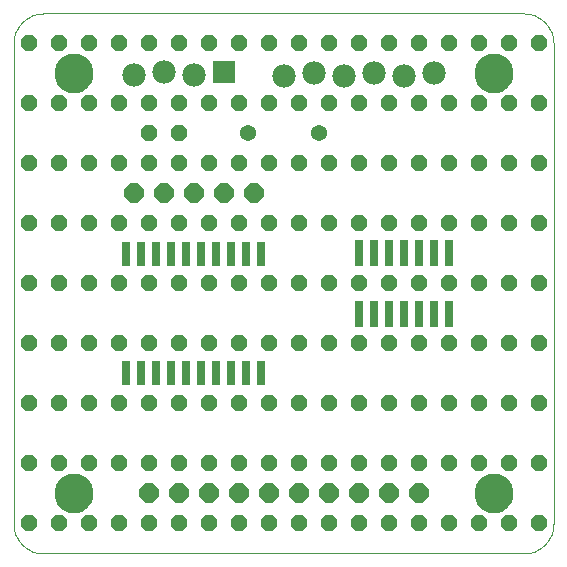
<source format=gbs>
G75*
G70*
%OFA0B0*%
%FSLAX24Y24*%
%IPPOS*%
%LPD*%
%AMOC8*
5,1,8,0,0,1.08239X$1,22.5*
%
%ADD10C,0.0000*%
%ADD11C,0.1300*%
%ADD12OC8,0.0560*%
%ADD13OC8,0.0640*%
%ADD14R,0.0280X0.0910*%
%ADD15R,0.0780X0.0780*%
%ADD16C,0.0780*%
%ADD17C,0.0540*%
%ADD18R,0.0300X0.0840*%
D10*
X001100Y000100D02*
X017100Y000100D01*
X017160Y000102D01*
X017221Y000107D01*
X017280Y000116D01*
X017339Y000129D01*
X017398Y000145D01*
X017455Y000165D01*
X017510Y000188D01*
X017565Y000215D01*
X017617Y000244D01*
X017668Y000277D01*
X017717Y000313D01*
X017763Y000351D01*
X017807Y000393D01*
X017849Y000437D01*
X017887Y000483D01*
X017923Y000532D01*
X017956Y000583D01*
X017985Y000635D01*
X018012Y000690D01*
X018035Y000745D01*
X018055Y000802D01*
X018071Y000861D01*
X018084Y000920D01*
X018093Y000979D01*
X018098Y001040D01*
X018100Y001100D01*
X018100Y017100D01*
X018098Y017160D01*
X018093Y017221D01*
X018084Y017280D01*
X018071Y017339D01*
X018055Y017398D01*
X018035Y017455D01*
X018012Y017510D01*
X017985Y017565D01*
X017956Y017617D01*
X017923Y017668D01*
X017887Y017717D01*
X017849Y017763D01*
X017807Y017807D01*
X017763Y017849D01*
X017717Y017887D01*
X017668Y017923D01*
X017617Y017956D01*
X017565Y017985D01*
X017510Y018012D01*
X017455Y018035D01*
X017398Y018055D01*
X017339Y018071D01*
X017280Y018084D01*
X017221Y018093D01*
X017160Y018098D01*
X017100Y018100D01*
X001100Y018100D01*
X001040Y018098D01*
X000979Y018093D01*
X000920Y018084D01*
X000861Y018071D01*
X000802Y018055D01*
X000745Y018035D01*
X000690Y018012D01*
X000635Y017985D01*
X000583Y017956D01*
X000532Y017923D01*
X000483Y017887D01*
X000437Y017849D01*
X000393Y017807D01*
X000351Y017763D01*
X000313Y017717D01*
X000277Y017668D01*
X000244Y017617D01*
X000215Y017565D01*
X000188Y017510D01*
X000165Y017455D01*
X000145Y017398D01*
X000129Y017339D01*
X000116Y017280D01*
X000107Y017221D01*
X000102Y017160D01*
X000100Y017100D01*
X000100Y001100D01*
X000102Y001040D01*
X000107Y000979D01*
X000116Y000920D01*
X000129Y000861D01*
X000145Y000802D01*
X000165Y000745D01*
X000188Y000690D01*
X000215Y000635D01*
X000244Y000583D01*
X000277Y000532D01*
X000313Y000483D01*
X000351Y000437D01*
X000393Y000393D01*
X000437Y000351D01*
X000483Y000313D01*
X000532Y000277D01*
X000583Y000244D01*
X000635Y000215D01*
X000690Y000188D01*
X000745Y000165D01*
X000802Y000145D01*
X000861Y000129D01*
X000920Y000116D01*
X000979Y000107D01*
X001040Y000102D01*
X001100Y000100D01*
X001470Y002100D02*
X001472Y002150D01*
X001478Y002200D01*
X001488Y002249D01*
X001502Y002297D01*
X001519Y002344D01*
X001540Y002389D01*
X001565Y002433D01*
X001593Y002474D01*
X001625Y002513D01*
X001659Y002550D01*
X001696Y002584D01*
X001736Y002614D01*
X001778Y002641D01*
X001822Y002665D01*
X001868Y002686D01*
X001915Y002702D01*
X001963Y002715D01*
X002013Y002724D01*
X002062Y002729D01*
X002113Y002730D01*
X002163Y002727D01*
X002212Y002720D01*
X002261Y002709D01*
X002309Y002694D01*
X002355Y002676D01*
X002400Y002654D01*
X002443Y002628D01*
X002484Y002599D01*
X002523Y002567D01*
X002559Y002532D01*
X002591Y002494D01*
X002621Y002454D01*
X002648Y002411D01*
X002671Y002367D01*
X002690Y002321D01*
X002706Y002273D01*
X002718Y002224D01*
X002726Y002175D01*
X002730Y002125D01*
X002730Y002075D01*
X002726Y002025D01*
X002718Y001976D01*
X002706Y001927D01*
X002690Y001879D01*
X002671Y001833D01*
X002648Y001789D01*
X002621Y001746D01*
X002591Y001706D01*
X002559Y001668D01*
X002523Y001633D01*
X002484Y001601D01*
X002443Y001572D01*
X002400Y001546D01*
X002355Y001524D01*
X002309Y001506D01*
X002261Y001491D01*
X002212Y001480D01*
X002163Y001473D01*
X002113Y001470D01*
X002062Y001471D01*
X002013Y001476D01*
X001963Y001485D01*
X001915Y001498D01*
X001868Y001514D01*
X001822Y001535D01*
X001778Y001559D01*
X001736Y001586D01*
X001696Y001616D01*
X001659Y001650D01*
X001625Y001687D01*
X001593Y001726D01*
X001565Y001767D01*
X001540Y001811D01*
X001519Y001856D01*
X001502Y001903D01*
X001488Y001951D01*
X001478Y002000D01*
X001472Y002050D01*
X001470Y002100D01*
X001470Y016100D02*
X001472Y016150D01*
X001478Y016200D01*
X001488Y016249D01*
X001502Y016297D01*
X001519Y016344D01*
X001540Y016389D01*
X001565Y016433D01*
X001593Y016474D01*
X001625Y016513D01*
X001659Y016550D01*
X001696Y016584D01*
X001736Y016614D01*
X001778Y016641D01*
X001822Y016665D01*
X001868Y016686D01*
X001915Y016702D01*
X001963Y016715D01*
X002013Y016724D01*
X002062Y016729D01*
X002113Y016730D01*
X002163Y016727D01*
X002212Y016720D01*
X002261Y016709D01*
X002309Y016694D01*
X002355Y016676D01*
X002400Y016654D01*
X002443Y016628D01*
X002484Y016599D01*
X002523Y016567D01*
X002559Y016532D01*
X002591Y016494D01*
X002621Y016454D01*
X002648Y016411D01*
X002671Y016367D01*
X002690Y016321D01*
X002706Y016273D01*
X002718Y016224D01*
X002726Y016175D01*
X002730Y016125D01*
X002730Y016075D01*
X002726Y016025D01*
X002718Y015976D01*
X002706Y015927D01*
X002690Y015879D01*
X002671Y015833D01*
X002648Y015789D01*
X002621Y015746D01*
X002591Y015706D01*
X002559Y015668D01*
X002523Y015633D01*
X002484Y015601D01*
X002443Y015572D01*
X002400Y015546D01*
X002355Y015524D01*
X002309Y015506D01*
X002261Y015491D01*
X002212Y015480D01*
X002163Y015473D01*
X002113Y015470D01*
X002062Y015471D01*
X002013Y015476D01*
X001963Y015485D01*
X001915Y015498D01*
X001868Y015514D01*
X001822Y015535D01*
X001778Y015559D01*
X001736Y015586D01*
X001696Y015616D01*
X001659Y015650D01*
X001625Y015687D01*
X001593Y015726D01*
X001565Y015767D01*
X001540Y015811D01*
X001519Y015856D01*
X001502Y015903D01*
X001488Y015951D01*
X001478Y016000D01*
X001472Y016050D01*
X001470Y016100D01*
X015470Y016100D02*
X015472Y016150D01*
X015478Y016200D01*
X015488Y016249D01*
X015502Y016297D01*
X015519Y016344D01*
X015540Y016389D01*
X015565Y016433D01*
X015593Y016474D01*
X015625Y016513D01*
X015659Y016550D01*
X015696Y016584D01*
X015736Y016614D01*
X015778Y016641D01*
X015822Y016665D01*
X015868Y016686D01*
X015915Y016702D01*
X015963Y016715D01*
X016013Y016724D01*
X016062Y016729D01*
X016113Y016730D01*
X016163Y016727D01*
X016212Y016720D01*
X016261Y016709D01*
X016309Y016694D01*
X016355Y016676D01*
X016400Y016654D01*
X016443Y016628D01*
X016484Y016599D01*
X016523Y016567D01*
X016559Y016532D01*
X016591Y016494D01*
X016621Y016454D01*
X016648Y016411D01*
X016671Y016367D01*
X016690Y016321D01*
X016706Y016273D01*
X016718Y016224D01*
X016726Y016175D01*
X016730Y016125D01*
X016730Y016075D01*
X016726Y016025D01*
X016718Y015976D01*
X016706Y015927D01*
X016690Y015879D01*
X016671Y015833D01*
X016648Y015789D01*
X016621Y015746D01*
X016591Y015706D01*
X016559Y015668D01*
X016523Y015633D01*
X016484Y015601D01*
X016443Y015572D01*
X016400Y015546D01*
X016355Y015524D01*
X016309Y015506D01*
X016261Y015491D01*
X016212Y015480D01*
X016163Y015473D01*
X016113Y015470D01*
X016062Y015471D01*
X016013Y015476D01*
X015963Y015485D01*
X015915Y015498D01*
X015868Y015514D01*
X015822Y015535D01*
X015778Y015559D01*
X015736Y015586D01*
X015696Y015616D01*
X015659Y015650D01*
X015625Y015687D01*
X015593Y015726D01*
X015565Y015767D01*
X015540Y015811D01*
X015519Y015856D01*
X015502Y015903D01*
X015488Y015951D01*
X015478Y016000D01*
X015472Y016050D01*
X015470Y016100D01*
X015470Y002100D02*
X015472Y002150D01*
X015478Y002200D01*
X015488Y002249D01*
X015502Y002297D01*
X015519Y002344D01*
X015540Y002389D01*
X015565Y002433D01*
X015593Y002474D01*
X015625Y002513D01*
X015659Y002550D01*
X015696Y002584D01*
X015736Y002614D01*
X015778Y002641D01*
X015822Y002665D01*
X015868Y002686D01*
X015915Y002702D01*
X015963Y002715D01*
X016013Y002724D01*
X016062Y002729D01*
X016113Y002730D01*
X016163Y002727D01*
X016212Y002720D01*
X016261Y002709D01*
X016309Y002694D01*
X016355Y002676D01*
X016400Y002654D01*
X016443Y002628D01*
X016484Y002599D01*
X016523Y002567D01*
X016559Y002532D01*
X016591Y002494D01*
X016621Y002454D01*
X016648Y002411D01*
X016671Y002367D01*
X016690Y002321D01*
X016706Y002273D01*
X016718Y002224D01*
X016726Y002175D01*
X016730Y002125D01*
X016730Y002075D01*
X016726Y002025D01*
X016718Y001976D01*
X016706Y001927D01*
X016690Y001879D01*
X016671Y001833D01*
X016648Y001789D01*
X016621Y001746D01*
X016591Y001706D01*
X016559Y001668D01*
X016523Y001633D01*
X016484Y001601D01*
X016443Y001572D01*
X016400Y001546D01*
X016355Y001524D01*
X016309Y001506D01*
X016261Y001491D01*
X016212Y001480D01*
X016163Y001473D01*
X016113Y001470D01*
X016062Y001471D01*
X016013Y001476D01*
X015963Y001485D01*
X015915Y001498D01*
X015868Y001514D01*
X015822Y001535D01*
X015778Y001559D01*
X015736Y001586D01*
X015696Y001616D01*
X015659Y001650D01*
X015625Y001687D01*
X015593Y001726D01*
X015565Y001767D01*
X015540Y001811D01*
X015519Y001856D01*
X015502Y001903D01*
X015488Y001951D01*
X015478Y002000D01*
X015472Y002050D01*
X015470Y002100D01*
D11*
X016100Y002100D03*
X002100Y002100D03*
X002100Y016100D03*
X016100Y016100D03*
D12*
X015600Y017100D03*
X014600Y017100D03*
X013600Y017100D03*
X012600Y017100D03*
X011600Y017100D03*
X010600Y017100D03*
X009600Y017100D03*
X008600Y017100D03*
X007600Y017100D03*
X006600Y017100D03*
X005600Y017100D03*
X004600Y017100D03*
X003600Y017100D03*
X002600Y017100D03*
X001600Y017100D03*
X000600Y017100D03*
X000600Y015100D03*
X001600Y015100D03*
X002600Y015100D03*
X003600Y015100D03*
X004600Y015100D03*
X004600Y014100D03*
X005600Y014100D03*
X005600Y015100D03*
X006600Y015100D03*
X007600Y015100D03*
X008600Y015100D03*
X009600Y015100D03*
X010600Y015100D03*
X011600Y015100D03*
X012600Y015100D03*
X013600Y015100D03*
X014600Y015100D03*
X015600Y015100D03*
X016600Y015100D03*
X017600Y015100D03*
X017600Y013100D03*
X016600Y013100D03*
X015600Y013100D03*
X014600Y013100D03*
X013600Y013100D03*
X012600Y013100D03*
X011600Y013100D03*
X010600Y013100D03*
X009600Y013100D03*
X008600Y013100D03*
X007600Y013100D03*
X006600Y013100D03*
X005600Y013100D03*
X004600Y013100D03*
X003600Y013100D03*
X002600Y013100D03*
X001600Y013100D03*
X000600Y013100D03*
X000600Y011100D03*
X001600Y011100D03*
X002600Y011100D03*
X003600Y011100D03*
X004600Y011100D03*
X005600Y011100D03*
X006600Y011100D03*
X007600Y011100D03*
X008600Y011100D03*
X009600Y011100D03*
X010600Y011100D03*
X011600Y011100D03*
X012600Y011100D03*
X013600Y011100D03*
X014600Y011100D03*
X015600Y011100D03*
X016600Y011100D03*
X017600Y011100D03*
X017600Y009100D03*
X016600Y009100D03*
X015600Y009100D03*
X014600Y009100D03*
X013600Y009100D03*
X012600Y009100D03*
X011600Y009100D03*
X010600Y009100D03*
X009600Y009100D03*
X008600Y009100D03*
X007600Y009100D03*
X006600Y009100D03*
X005600Y009100D03*
X004600Y009100D03*
X003600Y009100D03*
X002600Y009100D03*
X001600Y009100D03*
X000600Y009100D03*
X000600Y007100D03*
X001600Y007100D03*
X002600Y007100D03*
X003600Y007100D03*
X004600Y007100D03*
X005600Y007100D03*
X006600Y007100D03*
X007600Y007100D03*
X008600Y007100D03*
X009600Y007100D03*
X010600Y007100D03*
X011600Y007100D03*
X012600Y007100D03*
X013600Y007100D03*
X014600Y007100D03*
X015600Y007100D03*
X016600Y007100D03*
X017600Y007100D03*
X017600Y005100D03*
X016600Y005100D03*
X015600Y005100D03*
X014600Y005100D03*
X013600Y005100D03*
X012600Y005100D03*
X011600Y005100D03*
X010600Y005100D03*
X009600Y005100D03*
X008600Y005100D03*
X007600Y005100D03*
X006600Y005100D03*
X005600Y005100D03*
X004600Y005100D03*
X003600Y005100D03*
X002600Y005100D03*
X001600Y005100D03*
X000600Y005100D03*
X000600Y003100D03*
X001600Y003100D03*
X002600Y003100D03*
X003600Y003100D03*
X004600Y003100D03*
X005600Y003100D03*
X006600Y003100D03*
X007600Y003100D03*
X008600Y003100D03*
X009600Y003100D03*
X010600Y003100D03*
X011600Y003100D03*
X012600Y003100D03*
X013600Y003100D03*
X014600Y003100D03*
X015600Y003100D03*
X016600Y003100D03*
X017600Y003100D03*
X017600Y001100D03*
X016600Y001100D03*
X015600Y001100D03*
X014600Y001100D03*
X013600Y001100D03*
X012600Y001100D03*
X011600Y001100D03*
X010600Y001100D03*
X009600Y001100D03*
X008600Y001100D03*
X007600Y001100D03*
X006600Y001100D03*
X005600Y001100D03*
X004600Y001100D03*
X003600Y001100D03*
X002600Y001100D03*
X001600Y001100D03*
X000600Y001100D03*
X016600Y017100D03*
X017600Y017100D03*
D13*
X008100Y012100D03*
X007100Y012100D03*
X006100Y012100D03*
X005100Y012100D03*
X004100Y012100D03*
X004600Y002100D03*
X005600Y002100D03*
X006600Y002100D03*
X007600Y002100D03*
X008600Y002100D03*
X009600Y002100D03*
X010600Y002100D03*
X011600Y002100D03*
X012600Y002100D03*
X013600Y002100D03*
D14*
X013600Y008075D03*
X013100Y008075D03*
X012600Y008075D03*
X012100Y008075D03*
X011600Y008075D03*
X011600Y010125D03*
X012100Y010125D03*
X012600Y010125D03*
X013100Y010125D03*
X013600Y010125D03*
X014100Y010125D03*
X014600Y010125D03*
X014600Y008075D03*
X014100Y008075D03*
D15*
X007100Y016150D03*
D16*
X006100Y016050D03*
X005100Y016150D03*
X004100Y016050D03*
X009100Y016000D03*
X010100Y016100D03*
X011100Y016000D03*
X012100Y016100D03*
X013100Y016000D03*
X014100Y016100D03*
D17*
X010281Y014100D03*
X007919Y014100D03*
D18*
X007850Y010080D03*
X007350Y010080D03*
X006850Y010080D03*
X006350Y010080D03*
X005850Y010080D03*
X005350Y010080D03*
X004850Y010080D03*
X004350Y010080D03*
X003850Y010080D03*
X003850Y006120D03*
X004350Y006120D03*
X004850Y006120D03*
X005350Y006120D03*
X005850Y006120D03*
X006350Y006120D03*
X006850Y006120D03*
X007350Y006120D03*
X007850Y006120D03*
X008350Y006120D03*
X008350Y010080D03*
M02*

</source>
